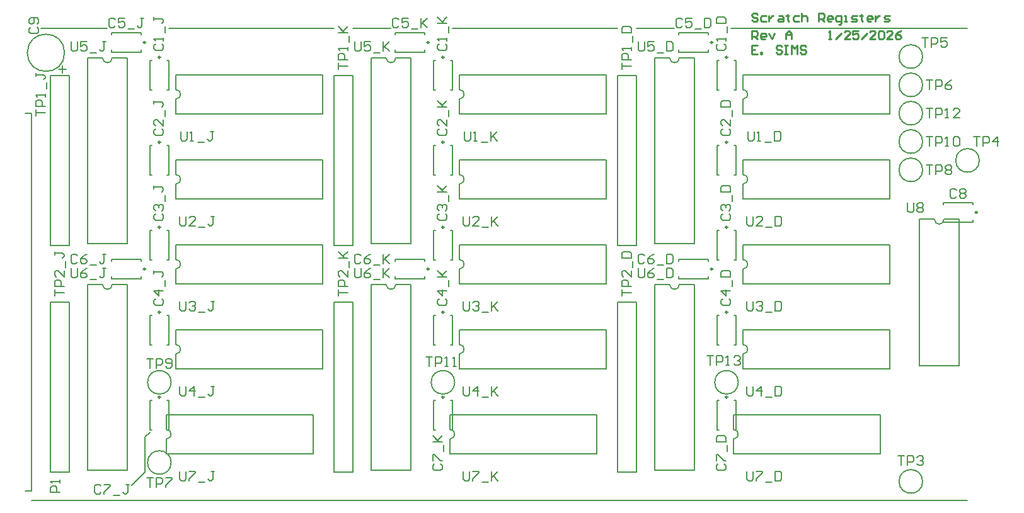
<source format=gto>
G04*
G04 #@! TF.GenerationSoftware,Altium Limited,Altium Designer,21.0.9 (235)*
G04*
G04 Layer_Color=65535*
%FSLAX25Y25*%
%MOIN*%
G70*
G04*
G04 #@! TF.SameCoordinates,31CEDBB4-0C03-4BDA-8501-69305E767839*
G04*
G04*
G04 #@! TF.FilePolarity,Positive*
G04*
G01*
G75*
%ADD10C,0.00984*%
%ADD11C,0.00787*%
%ADD12C,0.00500*%
%ADD13C,0.01000*%
%ADD14C,0.00591*%
%ADD15C,0.00800*%
D10*
X165118Y232500D02*
G03*
X165118Y232500I-492J0D01*
G01*
X472992Y164626D02*
G03*
X472992Y164626I-492J0D01*
G01*
X605118Y262500D02*
G03*
X605118Y262500I-492J0D01*
G01*
X315118Y232500D02*
G03*
X315118Y232500I-492J0D01*
G01*
X465118D02*
G03*
X465118Y232500I-492J0D01*
G01*
X472992Y209626D02*
G03*
X472992Y209626I-492J0D01*
G01*
Y254626D02*
G03*
X472992Y254626I-492J0D01*
G01*
Y299626D02*
G03*
X472992Y299626I-492J0D01*
G01*
Y344626D02*
G03*
X472992Y344626I-492J0D01*
G01*
X465118Y352500D02*
G03*
X465118Y352500I-492J0D01*
G01*
X322992Y164626D02*
G03*
X322992Y164626I-492J0D01*
G01*
Y209626D02*
G03*
X322992Y209626I-492J0D01*
G01*
Y254626D02*
G03*
X322992Y254626I-492J0D01*
G01*
Y299626D02*
G03*
X322992Y299626I-492J0D01*
G01*
Y344626D02*
G03*
X322992Y344626I-492J0D01*
G01*
X315118Y352500D02*
G03*
X315118Y352500I-492J0D01*
G01*
X165118D02*
G03*
X165118Y352500I-492J0D01*
G01*
X172992Y344626D02*
G03*
X172992Y344626I-492J0D01*
G01*
Y299626D02*
G03*
X172992Y299626I-492J0D01*
G01*
Y254626D02*
G03*
X172992Y254626I-492J0D01*
G01*
Y209626D02*
G03*
X172992Y209626I-492J0D01*
G01*
Y164626D02*
G03*
X172992Y164626I-492J0D01*
G01*
D11*
X142500Y224213D02*
G03*
X147500Y224213I2500J0D01*
G01*
X481220Y322500D02*
G03*
X481220Y327500I0J2500D01*
G01*
Y277500D02*
G03*
X481220Y282500I0J2500D01*
G01*
Y232500D02*
G03*
X481220Y237500I0J2500D01*
G01*
Y187500D02*
G03*
X481220Y192500I0J2500D01*
G01*
X476221Y142500D02*
G03*
X476221Y147500I0J2500D01*
G01*
X606240Y290000D02*
G03*
X606240Y290000I-6240J0D01*
G01*
X582500Y258780D02*
G03*
X587500Y258780I2500J0D01*
G01*
X292500Y224213D02*
G03*
X297500Y224213I2500J0D01*
G01*
X442500D02*
G03*
X447500Y224213I2500J0D01*
G01*
X442500Y344213D02*
G03*
X447500Y344213I2500J0D01*
G01*
X331221Y322500D02*
G03*
X331221Y327500I0J2500D01*
G01*
Y277500D02*
G03*
X331221Y282500I0J2500D01*
G01*
Y232500D02*
G03*
X331221Y237500I0J2500D01*
G01*
Y187500D02*
G03*
X331221Y192500I0J2500D01*
G01*
X326220Y142500D02*
G03*
X326220Y147500I0J2500D01*
G01*
X292500Y344213D02*
G03*
X297500Y344213I2500J0D01*
G01*
X122343Y347000D02*
G03*
X122343Y347000I-9843J0D01*
G01*
X142500Y344213D02*
G03*
X147500Y344213I2500J0D01*
G01*
X181220Y322500D02*
G03*
X181220Y327500I0J2500D01*
G01*
Y277500D02*
G03*
X181220Y282500I0J2500D01*
G01*
Y232500D02*
G03*
X181220Y237500I0J2500D01*
G01*
Y187500D02*
G03*
X181220Y192500I0J2500D01*
G01*
X176221Y142500D02*
G03*
X176221Y147500I0J2500D01*
G01*
X328740Y172500D02*
G03*
X328740Y172500I-6240J0D01*
G01*
X576240Y300000D02*
G03*
X576240Y300000I-6240J0D01*
G01*
Y120000D02*
G03*
X576240Y120000I-6240J0D01*
G01*
Y345000D02*
G03*
X576240Y345000I-6240J0D01*
G01*
Y330000D02*
G03*
X576240Y330000I-6240J0D01*
G01*
X178740Y130000D02*
G03*
X178740Y130000I-6240J0D01*
G01*
X576240Y285000D02*
G03*
X576240Y285000I-6240J0D01*
G01*
X178740Y172500D02*
G03*
X178740Y172500I-6240J0D01*
G01*
X576240Y315000D02*
G03*
X576240Y315000I-6240J0D01*
G01*
X478740Y172500D02*
G03*
X478740Y172500I-6240J0D01*
G01*
X147205Y227382D02*
X162953D01*
X147205Y237618D02*
X162953D01*
Y227382D02*
Y228465D01*
X147205Y227382D02*
Y228465D01*
X162953Y236535D02*
Y237618D01*
X147205Y236535D02*
Y237618D01*
X155433Y125787D02*
Y224213D01*
X134567Y125787D02*
Y224213D01*
Y125787D02*
X155433D01*
X147500Y224213D02*
X155433D01*
X134567D02*
X142500D01*
X125000Y125000D02*
Y215000D01*
X115000D02*
X125000D01*
X115000Y125000D02*
Y215000D01*
Y125000D02*
X125000D01*
X481221Y314567D02*
Y322500D01*
Y327500D02*
Y335433D01*
X558780Y314567D02*
Y335433D01*
X481221Y314567D02*
X558780D01*
X481221Y335433D02*
X558780D01*
X481221Y269567D02*
Y277500D01*
Y282500D02*
Y290433D01*
X558780Y269567D02*
Y290433D01*
X481221Y269567D02*
X558780D01*
X481221Y290433D02*
X558780D01*
X481221Y224567D02*
Y232500D01*
Y237500D02*
Y245433D01*
X558780Y224567D02*
Y245433D01*
X481221Y224567D02*
X558780D01*
X481221Y245433D02*
X558780D01*
X477618Y147205D02*
Y162953D01*
X467382Y147205D02*
Y162953D01*
X476535D02*
X477618D01*
X476535Y147205D02*
X477618D01*
X467382Y162953D02*
X468465D01*
X467382Y147205D02*
X468465D01*
X481221Y179567D02*
Y187500D01*
Y192500D02*
Y200433D01*
X558780Y179567D02*
Y200433D01*
X481221Y179567D02*
X558780D01*
X481221Y200433D02*
X558780D01*
X476221Y155433D02*
X553780D01*
X476221Y134567D02*
X553780D01*
Y155433D01*
X476221Y147500D02*
Y155433D01*
Y134567D02*
Y142500D01*
X595433Y181221D02*
Y258780D01*
X574567Y181221D02*
Y258780D01*
Y181221D02*
X595433D01*
X587500Y258780D02*
X595433D01*
X574567D02*
X582500D01*
X587205Y257382D02*
X602953D01*
X587205Y267618D02*
X602953D01*
Y257382D02*
Y258465D01*
X587205Y257382D02*
Y258465D01*
X602953Y266535D02*
Y267618D01*
X587205Y266535D02*
Y267618D01*
X297205Y227382D02*
X312953D01*
X297205Y237618D02*
X312953D01*
Y227382D02*
Y228465D01*
X297205Y227382D02*
Y228465D01*
X312953Y236535D02*
Y237618D01*
X297205Y236535D02*
Y237618D01*
X305433Y125787D02*
Y224213D01*
X284567Y125787D02*
Y224213D01*
Y125787D02*
X305433D01*
X297500Y224213D02*
X305433D01*
X284567D02*
X292500D01*
X425000Y125000D02*
Y215000D01*
X415000D02*
X425000D01*
X415000Y125000D02*
Y215000D01*
Y125000D02*
X425000D01*
X455433Y125787D02*
Y224213D01*
X434567Y125787D02*
Y224213D01*
Y125787D02*
X455433D01*
X447500Y224213D02*
X455433D01*
X434567D02*
X442500D01*
X447205Y227382D02*
X462953D01*
X447205Y237618D02*
X462953D01*
Y227382D02*
Y228465D01*
X447205Y227382D02*
Y228465D01*
X462953Y236535D02*
Y237618D01*
X447205Y236535D02*
Y237618D01*
X477618Y192205D02*
Y207953D01*
X467382Y192205D02*
Y207953D01*
X476535D02*
X477618D01*
X476535Y192205D02*
X477618D01*
X467382Y207953D02*
X468465D01*
X467382Y192205D02*
X468465D01*
X477618Y237205D02*
Y252953D01*
X467382Y237205D02*
Y252953D01*
X476535D02*
X477618D01*
X476535Y237205D02*
X477618D01*
X467382Y252953D02*
X468465D01*
X467382Y237205D02*
X468465D01*
X477618Y282205D02*
Y297953D01*
X467382Y282205D02*
Y297953D01*
X476535D02*
X477618D01*
X476535Y282205D02*
X477618D01*
X467382Y297953D02*
X468465D01*
X467382Y282205D02*
X468465D01*
X477618Y327205D02*
Y342953D01*
X467382Y327205D02*
Y342953D01*
X476535D02*
X477618D01*
X476535Y327205D02*
X477618D01*
X467382Y342953D02*
X468465D01*
X467382Y327205D02*
X468465D01*
X447205Y347382D02*
X462953D01*
X447205Y357618D02*
X462953D01*
Y347382D02*
Y348465D01*
X447205Y347382D02*
Y348465D01*
X462953Y356535D02*
Y357618D01*
X447205Y356535D02*
Y357618D01*
X434567Y344213D02*
X442500D01*
X447500D02*
X455433D01*
X434567Y245787D02*
X455433D01*
X434567D02*
Y344213D01*
X455433Y245787D02*
Y344213D01*
X415000Y245000D02*
X425000D01*
X415000D02*
Y335000D01*
X425000D01*
Y245000D02*
Y335000D01*
X331221Y314567D02*
Y322500D01*
Y327500D02*
Y335433D01*
X408780Y314567D02*
Y335433D01*
X331221Y314567D02*
X408780D01*
X331221Y335433D02*
X408780D01*
X331221Y269567D02*
Y277500D01*
Y282500D02*
Y290433D01*
X408780Y269567D02*
Y290433D01*
X331221Y269567D02*
X408780D01*
X331221Y290433D02*
X408780D01*
X331221Y224567D02*
Y232500D01*
Y237500D02*
Y245433D01*
X408780Y224567D02*
Y245433D01*
X331221Y224567D02*
X408780D01*
X331221Y245433D02*
X408780D01*
X331221Y200433D02*
X408780D01*
X331221Y179567D02*
X408780D01*
Y200433D01*
X331221Y192500D02*
Y200433D01*
Y179567D02*
Y187500D01*
X326221Y155433D02*
X403780D01*
X326221Y134567D02*
X403780D01*
Y155433D01*
X326221Y147500D02*
Y155433D01*
Y134567D02*
Y142500D01*
X327618Y147205D02*
Y162953D01*
X317382Y147205D02*
Y162953D01*
X326535D02*
X327618D01*
X326535Y147205D02*
X327618D01*
X317382Y162953D02*
X318465D01*
X317382Y147205D02*
X318465D01*
X327618Y192205D02*
Y207953D01*
X317382Y192205D02*
Y207953D01*
X326535D02*
X327618D01*
X326535Y192205D02*
X327618D01*
X317382Y207953D02*
X318465D01*
X317382Y192205D02*
X318465D01*
X327618Y237205D02*
Y252953D01*
X317382Y237205D02*
Y252953D01*
X326535D02*
X327618D01*
X326535Y237205D02*
X327618D01*
X317382Y252953D02*
X318465D01*
X317382Y237205D02*
X318465D01*
X327618Y282205D02*
Y297953D01*
X317382Y282205D02*
Y297953D01*
X326535D02*
X327618D01*
X326535Y282205D02*
X327618D01*
X317382Y297953D02*
X318465D01*
X317382Y282205D02*
X318465D01*
X327618Y327205D02*
Y342953D01*
X317382Y327205D02*
Y342953D01*
X326535D02*
X327618D01*
X326535Y327205D02*
X327618D01*
X317382Y342953D02*
X318465D01*
X317382Y327205D02*
X318465D01*
X297205Y347382D02*
X312953D01*
X297205Y357618D02*
X312953D01*
Y347382D02*
Y348465D01*
X297205Y347382D02*
Y348465D01*
X312953Y356535D02*
Y357618D01*
X297205Y356535D02*
Y357618D01*
X284567Y344213D02*
X292500D01*
X297500D02*
X305433D01*
X284567Y245787D02*
X305433D01*
X284567D02*
Y344213D01*
X305433Y245787D02*
Y344213D01*
X265000Y245000D02*
X275000D01*
X265000D02*
Y335000D01*
X275000D01*
Y245000D02*
Y335000D01*
X115000Y245000D02*
X125000D01*
X115000D02*
Y335000D01*
X125000D01*
Y245000D02*
Y335000D01*
X134567Y344213D02*
X142500D01*
X147500D02*
X155433D01*
X134567Y245787D02*
X155433D01*
X134567D02*
Y344213D01*
X155433Y245787D02*
Y344213D01*
X147205Y347382D02*
X162953D01*
X147205Y357618D02*
X162953D01*
Y347382D02*
Y348465D01*
X147205Y347382D02*
Y348465D01*
X162953Y356535D02*
Y357618D01*
X147205Y356535D02*
Y357618D01*
X177618Y327205D02*
Y342953D01*
X167382Y327205D02*
Y342953D01*
X176535D02*
X177618D01*
X176535Y327205D02*
X177618D01*
X167382Y342953D02*
X168465D01*
X167382Y327205D02*
X168465D01*
X181221Y335433D02*
X258780D01*
X181221Y314567D02*
X258780D01*
Y335433D01*
X181221Y327500D02*
Y335433D01*
Y314567D02*
Y322500D01*
X177618Y282205D02*
Y297953D01*
X167382Y282205D02*
Y297953D01*
X176535D02*
X177618D01*
X176535Y282205D02*
X177618D01*
X167382Y297953D02*
X168465D01*
X167382Y282205D02*
X168465D01*
X181221Y290433D02*
X258780D01*
X181221Y269567D02*
X258780D01*
Y290433D01*
X181221Y282500D02*
Y290433D01*
Y269567D02*
Y277500D01*
Y245433D02*
X258780D01*
X181221Y224567D02*
X258780D01*
Y245433D01*
X181221Y237500D02*
Y245433D01*
Y224567D02*
Y232500D01*
X177618Y237205D02*
Y252953D01*
X167382Y237205D02*
Y252953D01*
X176535D02*
X177618D01*
X176535Y237205D02*
X177618D01*
X167382Y252953D02*
X168465D01*
X167382Y237205D02*
X168465D01*
X275000Y125000D02*
Y215000D01*
X265000D02*
X275000D01*
X265000Y125000D02*
Y215000D01*
Y125000D02*
X275000D01*
X181221Y200433D02*
X258780D01*
X181221Y179567D02*
X258780D01*
Y200433D01*
X181221Y192500D02*
Y200433D01*
Y179567D02*
Y187500D01*
X177618Y192205D02*
Y207953D01*
X167382Y192205D02*
Y207953D01*
X176535D02*
X177618D01*
X176535Y192205D02*
X177618D01*
X167382Y207953D02*
X168465D01*
X167382Y192205D02*
X168465D01*
X177618Y147205D02*
Y162953D01*
X167382Y147205D02*
Y162953D01*
X176535D02*
X177618D01*
X176535Y147205D02*
X177618D01*
X167382Y162953D02*
X168465D01*
X167382Y147205D02*
X168465D01*
X176221Y155433D02*
X253780D01*
X176221Y134567D02*
X253780D01*
Y155433D01*
X176221Y147500D02*
Y155433D01*
Y134567D02*
Y142500D01*
X101500Y115000D02*
X105000D01*
X101500Y315000D02*
X105000D01*
Y115000D02*
Y122500D01*
Y315000D01*
D12*
X158000Y118000D02*
X165000Y125000D01*
Y143500D02*
X167500Y146000D01*
X165000Y125000D02*
Y143500D01*
X475000Y360000D02*
X600000D01*
X425000D02*
X445000Y360000D01*
X327500Y360000D02*
X415000D01*
X275000D02*
X295000Y360000D01*
X177500Y360000D02*
X265000D01*
X110000Y360000D02*
X145000Y360000D01*
X105000Y110000D02*
X600000Y110000D01*
D13*
X488999Y367250D02*
X488249Y368000D01*
X486750D01*
X486000Y367250D01*
Y366500D01*
X486750Y365751D01*
X488249D01*
X488999Y365001D01*
Y364251D01*
X488249Y363502D01*
X486750D01*
X486000Y364251D01*
X493498Y366500D02*
X491248D01*
X490498Y365751D01*
Y364251D01*
X491248Y363502D01*
X493498D01*
X494997Y366500D02*
Y363502D01*
Y365001D01*
X495747Y365751D01*
X496497Y366500D01*
X497246D01*
X500245D02*
X501745D01*
X502495Y365751D01*
Y363502D01*
X500245D01*
X499496Y364251D01*
X500245Y365001D01*
X502495D01*
X504744Y367250D02*
Y366500D01*
X503994D01*
X505494D01*
X504744D01*
Y364251D01*
X505494Y363502D01*
X510742Y366500D02*
X508493D01*
X507743Y365751D01*
Y364251D01*
X508493Y363502D01*
X510742D01*
X512242Y368000D02*
Y363502D01*
Y365751D01*
X512991Y366500D01*
X514491D01*
X515241Y365751D01*
Y363502D01*
X521239D02*
Y368000D01*
X523488D01*
X524238Y367250D01*
Y365751D01*
X523488Y365001D01*
X521239D01*
X522738D02*
X524238Y363502D01*
X527986D02*
X526487D01*
X525737Y364251D01*
Y365751D01*
X526487Y366500D01*
X527986D01*
X528736Y365751D01*
Y365001D01*
X525737D01*
X531735Y362002D02*
X532485D01*
X533235Y362752D01*
Y366500D01*
X530985D01*
X530236Y365751D01*
Y364251D01*
X530985Y363502D01*
X533235D01*
X534734D02*
X536234D01*
X535484D01*
Y366500D01*
X534734D01*
X538483Y363502D02*
X540732D01*
X541482Y364251D01*
X540732Y365001D01*
X539233D01*
X538483Y365751D01*
X539233Y366500D01*
X541482D01*
X543731Y367250D02*
Y366500D01*
X542982D01*
X544481D01*
X543731D01*
Y364251D01*
X544481Y363502D01*
X548980D02*
X547480D01*
X546730Y364251D01*
Y365751D01*
X547480Y366500D01*
X548980D01*
X549729Y365751D01*
Y365001D01*
X546730D01*
X551229Y366500D02*
Y363502D01*
Y365001D01*
X551979Y365751D01*
X552729Y366500D01*
X553478D01*
X555727Y363502D02*
X557977D01*
X558727Y364251D01*
X557977Y365001D01*
X556477D01*
X555727Y365751D01*
X556477Y366500D01*
X558727D01*
X486000Y354204D02*
Y358702D01*
X488249D01*
X488999Y357952D01*
Y356453D01*
X488249Y355703D01*
X486000D01*
X487500D02*
X488999Y354204D01*
X492748D02*
X491248D01*
X490498Y354953D01*
Y356453D01*
X491248Y357203D01*
X492748D01*
X493498Y356453D01*
Y355703D01*
X490498D01*
X494997Y357203D02*
X496497Y354204D01*
X497996Y357203D01*
X503994Y354204D02*
Y357203D01*
X505494Y358702D01*
X506993Y357203D01*
Y354204D01*
Y356453D01*
X503994D01*
X526487Y354204D02*
X527986D01*
X527237D01*
Y358702D01*
X526487Y357952D01*
X530236Y354204D02*
X533235Y357203D01*
X537733Y354204D02*
X534734D01*
X537733Y357203D01*
Y357952D01*
X536984Y358702D01*
X535484D01*
X534734Y357952D01*
X542232Y358702D02*
X539233D01*
Y356453D01*
X540732Y357203D01*
X541482D01*
X542232Y356453D01*
Y354953D01*
X541482Y354204D01*
X539983D01*
X539233Y354953D01*
X543731Y354204D02*
X546730Y357203D01*
X551229Y354204D02*
X548230D01*
X551229Y357203D01*
Y357952D01*
X550479Y358702D01*
X548980D01*
X548230Y357952D01*
X552729D02*
X553478Y358702D01*
X554978D01*
X555727Y357952D01*
Y354953D01*
X554978Y354204D01*
X553478D01*
X552729Y354953D01*
Y357952D01*
X560226Y354204D02*
X557227D01*
X560226Y357203D01*
Y357952D01*
X559476Y358702D01*
X557977D01*
X557227Y357952D01*
X564725Y358702D02*
X563225Y357952D01*
X561726Y356453D01*
Y354953D01*
X562475Y354204D01*
X563975D01*
X564725Y354953D01*
Y355703D01*
X563975Y356453D01*
X561726D01*
X488999Y350904D02*
X486000D01*
Y346405D01*
X488999D01*
X486000Y348655D02*
X487500D01*
X490498Y346405D02*
Y347155D01*
X491248D01*
Y346405D01*
X490498D01*
X501745Y350154D02*
X500995Y350904D01*
X499496D01*
X498746Y350154D01*
Y349404D01*
X499496Y348655D01*
X500995D01*
X501745Y347905D01*
Y347155D01*
X500995Y346405D01*
X499496D01*
X498746Y347155D01*
X503244Y350904D02*
X504744D01*
X503994D01*
Y346405D01*
X503244D01*
X504744D01*
X506993D02*
Y350904D01*
X508493Y349404D01*
X509992Y350904D01*
Y346405D01*
X514491Y350154D02*
X513741Y350904D01*
X512242D01*
X511492Y350154D01*
Y349404D01*
X512242Y348655D01*
X513741D01*
X514491Y347905D01*
Y347155D01*
X513741Y346405D01*
X512242D01*
X511492Y347155D01*
D14*
X121269Y340212D02*
Y336276D01*
X123237Y338244D02*
X119301D01*
D15*
X462253Y186499D02*
X465585D01*
X463919D01*
Y181501D01*
X467251D02*
Y186499D01*
X469750D01*
X470583Y185666D01*
Y184000D01*
X469750Y183167D01*
X467251D01*
X472250Y181501D02*
X473916D01*
X473083D01*
Y186499D01*
X472250Y185666D01*
X476415D02*
X477248Y186499D01*
X478914D01*
X479747Y185666D01*
Y184833D01*
X478914Y184000D01*
X478081D01*
X478914D01*
X479747Y183167D01*
Y182334D01*
X478914Y181501D01*
X477248D01*
X476415Y182334D01*
X578300Y317499D02*
X581632D01*
X579966D01*
Y312501D01*
X583298D02*
Y317499D01*
X585798D01*
X586631Y316666D01*
Y315000D01*
X585798Y314167D01*
X583298D01*
X588297Y312501D02*
X589963D01*
X589130D01*
Y317499D01*
X588297Y316666D01*
X595794Y312501D02*
X592462D01*
X595794Y315833D01*
Y316666D01*
X594961Y317499D01*
X593295D01*
X592462Y316666D01*
X313586Y185999D02*
X316918D01*
X315252D01*
Y181001D01*
X318584D02*
Y185999D01*
X321083D01*
X321917Y185166D01*
Y183500D01*
X321083Y182667D01*
X318584D01*
X323583Y181001D02*
X325249D01*
X324416D01*
Y185999D01*
X323583Y185166D01*
X327748Y181001D02*
X329414D01*
X328581D01*
Y185999D01*
X327748Y185166D01*
X578300Y302499D02*
X581632D01*
X579966D01*
Y297501D01*
X583298D02*
Y302499D01*
X585798D01*
X586631Y301666D01*
Y300000D01*
X585798Y299167D01*
X583298D01*
X588297Y297501D02*
X589963D01*
X589130D01*
Y302499D01*
X588297Y301666D01*
X592462D02*
X593295Y302499D01*
X594961D01*
X595794Y301666D01*
Y298334D01*
X594961Y297501D01*
X593295D01*
X592462Y298334D01*
Y301666D01*
X165835Y184999D02*
X169168D01*
X167502D01*
Y180001D01*
X170834D02*
Y184999D01*
X173333D01*
X174166Y184166D01*
Y182500D01*
X173333Y181667D01*
X170834D01*
X175832Y180834D02*
X176665Y180001D01*
X178331D01*
X179165Y180834D01*
Y184166D01*
X178331Y184999D01*
X176665D01*
X175832Y184166D01*
Y183333D01*
X176665Y182500D01*
X179165D01*
X578300Y287499D02*
X581632D01*
X579966D01*
Y282501D01*
X583298D02*
Y287499D01*
X585798D01*
X586631Y286666D01*
Y285000D01*
X585798Y284167D01*
X583298D01*
X588297Y286666D02*
X589130Y287499D01*
X590796D01*
X591629Y286666D01*
Y285833D01*
X590796Y285000D01*
X591629Y284167D01*
Y283334D01*
X590796Y282501D01*
X589130D01*
X588297Y283334D01*
Y284167D01*
X589130Y285000D01*
X588297Y285833D01*
Y286666D01*
X589130Y285000D02*
X590796D01*
X165835Y121999D02*
X169168D01*
X167502D01*
Y117001D01*
X170834D02*
Y121999D01*
X173333D01*
X174166Y121166D01*
Y119500D01*
X173333Y118667D01*
X170834D01*
X175832Y121999D02*
X179165D01*
Y121166D01*
X175832Y117834D01*
Y117001D01*
X578300Y332499D02*
X581632D01*
X579966D01*
Y327501D01*
X583298D02*
Y332499D01*
X585798D01*
X586631Y331666D01*
Y330000D01*
X585798Y329167D01*
X583298D01*
X591629Y332499D02*
X589963Y331666D01*
X588297Y330000D01*
Y328334D01*
X589130Y327501D01*
X590796D01*
X591629Y328334D01*
Y329167D01*
X590796Y330000D01*
X588297D01*
X575800Y354999D02*
X579132D01*
X577466D01*
Y350001D01*
X580798D02*
Y354999D01*
X583298D01*
X584131Y354166D01*
Y352500D01*
X583298Y351667D01*
X580798D01*
X589129Y354999D02*
X585797D01*
Y352500D01*
X587463Y353333D01*
X588296D01*
X589129Y352500D01*
Y350834D01*
X588296Y350001D01*
X586630D01*
X585797Y350834D01*
X267084Y218300D02*
Y221632D01*
Y219966D01*
X272083D01*
Y223298D02*
X267084D01*
Y225798D01*
X267917Y226631D01*
X269584D01*
X270416Y225798D01*
Y223298D01*
X272083Y231629D02*
Y228297D01*
X268750Y231629D01*
X267917D01*
X267084Y230796D01*
Y229130D01*
X267917Y228297D01*
X272916Y233295D02*
Y236627D01*
X267084Y238294D02*
X272083D01*
X270416D01*
X267084Y241626D01*
X269584Y239127D01*
X272083Y241626D01*
X117084Y218300D02*
Y221632D01*
Y219966D01*
X122083D01*
Y223298D02*
X117084D01*
Y225798D01*
X117917Y226631D01*
X119583D01*
X120416Y225798D01*
Y223298D01*
X122083Y231629D02*
Y228297D01*
X118750Y231629D01*
X117917D01*
X117084Y230796D01*
Y229130D01*
X117917Y228297D01*
X122916Y233295D02*
Y236627D01*
X117084Y241626D02*
Y239960D01*
Y240793D01*
X121250D01*
X122083Y239960D01*
Y239127D01*
X121250Y238294D01*
X417084Y218300D02*
Y221632D01*
Y219966D01*
X422083D01*
Y223298D02*
X417084D01*
Y225798D01*
X417917Y226631D01*
X419584D01*
X420416Y225798D01*
Y223298D01*
X422083Y231629D02*
Y228297D01*
X418750Y231629D01*
X417917D01*
X417084Y230796D01*
Y229130D01*
X417917Y228297D01*
X422916Y233295D02*
Y236627D01*
X417084Y238294D02*
X422083D01*
Y240793D01*
X421250Y241626D01*
X417917D01*
X417084Y240793D01*
Y238294D01*
X568335Y267499D02*
Y263334D01*
X569168Y262501D01*
X570834D01*
X571667Y263334D01*
Y267499D01*
X573333Y266666D02*
X574166Y267499D01*
X575832D01*
X576665Y266666D01*
Y265833D01*
X575832Y265000D01*
X576665Y264167D01*
Y263334D01*
X575832Y262501D01*
X574166D01*
X573333Y263334D01*
Y264167D01*
X574166Y265000D01*
X573333Y265833D01*
Y266666D01*
X574166Y265000D02*
X575832D01*
X563336Y133499D02*
X566668D01*
X565002D01*
Y128501D01*
X568334D02*
Y133499D01*
X570833D01*
X571666Y132666D01*
Y131000D01*
X570833Y130167D01*
X568334D01*
X573332Y132666D02*
X574165Y133499D01*
X575831D01*
X576664Y132666D01*
Y131833D01*
X575831Y131000D01*
X574998D01*
X575831D01*
X576664Y130167D01*
Y129334D01*
X575831Y128501D01*
X574165D01*
X573332Y129334D01*
X603336Y302499D02*
X606668D01*
X605002D01*
Y297501D01*
X608334D02*
Y302499D01*
X610833D01*
X611666Y301666D01*
Y300000D01*
X610833Y299167D01*
X608334D01*
X615831Y297501D02*
Y302499D01*
X613332Y300000D01*
X616665D01*
X267084Y338300D02*
Y341632D01*
Y339966D01*
X272083D01*
Y343298D02*
X267084D01*
Y345798D01*
X267917Y346631D01*
X269584D01*
X270416Y345798D01*
Y343298D01*
X272083Y348297D02*
Y349963D01*
Y349130D01*
X267084D01*
X267917Y348297D01*
X272916Y352462D02*
Y355794D01*
X267084Y357460D02*
X272083D01*
X270416D01*
X267084Y360793D01*
X269584Y358294D01*
X272083Y360793D01*
X107084Y313754D02*
Y317086D01*
Y315420D01*
X112083D01*
Y318752D02*
X107084D01*
Y321251D01*
X107917Y322084D01*
X109583D01*
X110416Y321251D01*
Y318752D01*
X112083Y323750D02*
Y325416D01*
Y324584D01*
X107084D01*
X107917Y323750D01*
X112916Y327916D02*
Y331248D01*
X107084Y336246D02*
Y334580D01*
Y335413D01*
X111250D01*
X112083Y334580D01*
Y333747D01*
X111250Y332914D01*
X417084Y338300D02*
Y341632D01*
Y339966D01*
X422083D01*
Y343298D02*
X417084D01*
Y345798D01*
X417917Y346631D01*
X419584D01*
X420416Y345798D01*
Y343298D01*
X422083Y348297D02*
Y349963D01*
Y349130D01*
X417084D01*
X417917Y348297D01*
X422916Y352462D02*
Y355794D01*
X417084Y357460D02*
X422083D01*
Y359960D01*
X421250Y360793D01*
X417917D01*
X417084Y359960D01*
Y357460D01*
X104501Y360475D02*
X103668Y359642D01*
Y357976D01*
X104501Y357143D01*
X107834D01*
X108667Y357976D01*
Y359642D01*
X107834Y360475D01*
Y362141D02*
X108667Y362974D01*
Y364640D01*
X107834Y365473D01*
X104501D01*
X103668Y364640D01*
Y362974D01*
X104501Y362141D01*
X105334D01*
X106167Y362974D01*
Y365473D01*
X594167Y274166D02*
X593334Y274999D01*
X591668D01*
X590835Y274166D01*
Y270834D01*
X591668Y270001D01*
X593334D01*
X594167Y270834D01*
X595833Y274166D02*
X596666Y274999D01*
X598332D01*
X599165Y274166D01*
Y273333D01*
X598332Y272500D01*
X599165Y271667D01*
Y270834D01*
X598332Y270001D01*
X596666D01*
X595833Y270834D01*
Y271667D01*
X596666Y272500D01*
X595833Y273333D01*
Y274166D01*
X596666Y272500D02*
X598332D01*
X317917Y129169D02*
X317084Y128335D01*
Y126669D01*
X317917Y125836D01*
X321250D01*
X322083Y126669D01*
Y128335D01*
X321250Y129169D01*
X317084Y130835D02*
Y134167D01*
X317917D01*
X321250Y130835D01*
X322083D01*
X322916Y135833D02*
Y139165D01*
X317084Y140831D02*
X322083D01*
X320416D01*
X317084Y144164D01*
X319584Y141665D01*
X322083Y144164D01*
X141669Y117583D02*
X140835Y118416D01*
X139169D01*
X138336Y117583D01*
Y114250D01*
X139169Y113417D01*
X140835D01*
X141669Y114250D01*
X143335Y118416D02*
X146667D01*
Y117583D01*
X143335Y114250D01*
Y113417D01*
X148333Y112584D02*
X151665D01*
X156664Y118416D02*
X154998D01*
X155831D01*
Y114250D01*
X154998Y113417D01*
X154165D01*
X153331Y114250D01*
X467917Y129169D02*
X467084Y128335D01*
Y126669D01*
X467917Y125836D01*
X471250D01*
X472083Y126669D01*
Y128335D01*
X471250Y129169D01*
X467084Y130835D02*
Y134167D01*
X467917D01*
X471250Y130835D01*
X472083D01*
X472916Y135833D02*
Y139165D01*
X467084Y140831D02*
X472083D01*
Y143331D01*
X471250Y144164D01*
X467917D01*
X467084Y143331D01*
Y140831D01*
X279169Y239583D02*
X278335Y240416D01*
X276669D01*
X275836Y239583D01*
Y236250D01*
X276669Y235417D01*
X278335D01*
X279169Y236250D01*
X284167Y240416D02*
X282501Y239583D01*
X280835Y237916D01*
Y236250D01*
X281668Y235417D01*
X283334D01*
X284167Y236250D01*
Y237084D01*
X283334Y237916D01*
X280835D01*
X285833Y234584D02*
X289165D01*
X290831Y240416D02*
Y235417D01*
Y237084D01*
X294164Y240416D01*
X291665Y237916D01*
X294164Y235417D01*
X129169Y239583D02*
X128335Y240416D01*
X126669D01*
X125836Y239583D01*
Y236250D01*
X126669Y235417D01*
X128335D01*
X129169Y236250D01*
X134167Y240416D02*
X132501Y239583D01*
X130835Y237916D01*
Y236250D01*
X131668Y235417D01*
X133334D01*
X134167Y236250D01*
Y237084D01*
X133334Y237916D01*
X130835D01*
X135833Y234584D02*
X139165D01*
X144164Y240416D02*
X142498D01*
X143331D01*
Y236250D01*
X142498Y235417D01*
X141665D01*
X140831Y236250D01*
X429169Y239583D02*
X428336Y240416D01*
X426669D01*
X425836Y239583D01*
Y236250D01*
X426669Y235417D01*
X428336D01*
X429169Y236250D01*
X434167Y240416D02*
X432501Y239583D01*
X430835Y237916D01*
Y236250D01*
X431668Y235417D01*
X433334D01*
X434167Y236250D01*
Y237084D01*
X433334Y237916D01*
X430835D01*
X435833Y234584D02*
X439165D01*
X440831Y240416D02*
Y235417D01*
X443331D01*
X444164Y236250D01*
Y239583D01*
X443331Y240416D01*
X440831D01*
X299169Y364583D02*
X298336Y365416D01*
X296669D01*
X295836Y364583D01*
Y361250D01*
X296669Y360417D01*
X298336D01*
X299169Y361250D01*
X304167Y365416D02*
X300835D01*
Y362916D01*
X302501Y363750D01*
X303334D01*
X304167Y362916D01*
Y361250D01*
X303334Y360417D01*
X301668D01*
X300835Y361250D01*
X305833Y359584D02*
X309165D01*
X310831Y365416D02*
Y360417D01*
Y362084D01*
X314164Y365416D01*
X311665Y362916D01*
X314164Y360417D01*
X149169Y364583D02*
X148336Y365416D01*
X146669D01*
X145836Y364583D01*
Y361250D01*
X146669Y360417D01*
X148336D01*
X149169Y361250D01*
X154167Y365416D02*
X150835D01*
Y362916D01*
X152501Y363750D01*
X153334D01*
X154167Y362916D01*
Y361250D01*
X153334Y360417D01*
X151668D01*
X150835Y361250D01*
X155833Y359584D02*
X159165D01*
X164164Y365416D02*
X162498D01*
X163331D01*
Y361250D01*
X162498Y360417D01*
X161664D01*
X160831Y361250D01*
X449169Y364583D02*
X448336Y365416D01*
X446669D01*
X445836Y364583D01*
Y361250D01*
X446669Y360417D01*
X448336D01*
X449169Y361250D01*
X454167Y365416D02*
X450835D01*
Y362916D01*
X452501Y363750D01*
X453334D01*
X454167Y362916D01*
Y361250D01*
X453334Y360417D01*
X451668D01*
X450835Y361250D01*
X455833Y359584D02*
X459165D01*
X460831Y365416D02*
Y360417D01*
X463331D01*
X464164Y361250D01*
Y364583D01*
X463331Y365416D01*
X460831D01*
X320417Y216632D02*
X319584Y215799D01*
Y214133D01*
X320417Y213300D01*
X323750D01*
X324583Y214133D01*
Y215799D01*
X323750Y216632D01*
X324583Y220798D02*
X319584D01*
X322083Y218298D01*
Y221631D01*
X325416Y223297D02*
Y226629D01*
X319584Y228295D02*
X324583D01*
X322917D01*
X319584Y231627D01*
X322083Y229128D01*
X324583Y231627D01*
X170417Y216632D02*
X169584Y215799D01*
Y214133D01*
X170417Y213300D01*
X173750D01*
X174583Y214133D01*
Y215799D01*
X173750Y216632D01*
X174583Y220798D02*
X169584D01*
X172083Y218298D01*
Y221631D01*
X175416Y223297D02*
Y226629D01*
X169584Y231627D02*
Y229961D01*
Y230794D01*
X173750D01*
X174583Y229961D01*
Y229128D01*
X173750Y228295D01*
X470417Y216632D02*
X469584Y215799D01*
Y214133D01*
X470417Y213300D01*
X473750D01*
X474583Y214133D01*
Y215799D01*
X473750Y216632D01*
X474583Y220798D02*
X469584D01*
X472084Y218298D01*
Y221631D01*
X475416Y223297D02*
Y226629D01*
X469584Y228295D02*
X474583D01*
Y230794D01*
X473750Y231627D01*
X470417D01*
X469584Y230794D01*
Y228295D01*
X320417Y261632D02*
X319584Y260799D01*
Y259133D01*
X320417Y258300D01*
X323750D01*
X324583Y259133D01*
Y260799D01*
X323750Y261632D01*
X320417Y263298D02*
X319584Y264131D01*
Y265798D01*
X320417Y266631D01*
X321250D01*
X322083Y265798D01*
Y264965D01*
Y265798D01*
X322917Y266631D01*
X323750D01*
X324583Y265798D01*
Y264131D01*
X323750Y263298D01*
X325416Y268297D02*
Y271629D01*
X319584Y273295D02*
X324583D01*
X322917D01*
X319584Y276627D01*
X322083Y274128D01*
X324583Y276627D01*
X170417Y261632D02*
X169584Y260799D01*
Y259133D01*
X170417Y258300D01*
X173750D01*
X174583Y259133D01*
Y260799D01*
X173750Y261632D01*
X170417Y263298D02*
X169584Y264131D01*
Y265798D01*
X170417Y266631D01*
X171250D01*
X172083Y265798D01*
Y264965D01*
Y265798D01*
X172916Y266631D01*
X173750D01*
X174583Y265798D01*
Y264131D01*
X173750Y263298D01*
X175416Y268297D02*
Y271629D01*
X169584Y276627D02*
Y274961D01*
Y275794D01*
X173750D01*
X174583Y274961D01*
Y274128D01*
X173750Y273295D01*
X470417Y261632D02*
X469584Y260799D01*
Y259133D01*
X470417Y258300D01*
X473750D01*
X474583Y259133D01*
Y260799D01*
X473750Y261632D01*
X470417Y263298D02*
X469584Y264131D01*
Y265798D01*
X470417Y266631D01*
X471250D01*
X472084Y265798D01*
Y264965D01*
Y265798D01*
X472917Y266631D01*
X473750D01*
X474583Y265798D01*
Y264131D01*
X473750Y263298D01*
X475416Y268297D02*
Y271629D01*
X469584Y273295D02*
X474583D01*
Y275794D01*
X473750Y276627D01*
X470417D01*
X469584Y275794D01*
Y273295D01*
X320417Y306632D02*
X319584Y305799D01*
Y304133D01*
X320417Y303300D01*
X323750D01*
X324583Y304133D01*
Y305799D01*
X323750Y306632D01*
X324583Y311631D02*
Y308298D01*
X321250Y311631D01*
X320417D01*
X319584Y310798D01*
Y309131D01*
X320417Y308298D01*
X325416Y313297D02*
Y316629D01*
X319584Y318295D02*
X324583D01*
X322917D01*
X319584Y321627D01*
X322083Y319128D01*
X324583Y321627D01*
X170417Y306632D02*
X169584Y305799D01*
Y304133D01*
X170417Y303300D01*
X173750D01*
X174583Y304133D01*
Y305799D01*
X173750Y306632D01*
X174583Y311631D02*
Y308298D01*
X171250Y311631D01*
X170417D01*
X169584Y310798D01*
Y309131D01*
X170417Y308298D01*
X175416Y313297D02*
Y316629D01*
X169584Y321627D02*
Y319961D01*
Y320794D01*
X173750D01*
X174583Y319961D01*
Y319128D01*
X173750Y318295D01*
X470417Y306632D02*
X469584Y305799D01*
Y304133D01*
X470417Y303300D01*
X473750D01*
X474583Y304133D01*
Y305799D01*
X473750Y306632D01*
X474583Y311631D02*
Y308298D01*
X471250Y311631D01*
X470417D01*
X469584Y310798D01*
Y309131D01*
X470417Y308298D01*
X475416Y313297D02*
Y316629D01*
X469584Y318295D02*
X474583D01*
Y320794D01*
X473750Y321627D01*
X470417D01*
X469584Y320794D01*
Y318295D01*
X320417Y351632D02*
X319584Y350799D01*
Y349133D01*
X320417Y348300D01*
X323750D01*
X324583Y349133D01*
Y350799D01*
X323750Y351632D01*
X324583Y353298D02*
Y354964D01*
Y354131D01*
X319584D01*
X320417Y353298D01*
X325416Y357464D02*
Y360796D01*
X319584Y362462D02*
X324583D01*
X322917D01*
X319584Y365794D01*
X322083Y363295D01*
X324583Y365794D01*
X170417Y351632D02*
X169584Y350799D01*
Y349133D01*
X170417Y348300D01*
X173750D01*
X174583Y349133D01*
Y350799D01*
X173750Y351632D01*
X174583Y353298D02*
Y354964D01*
Y354131D01*
X169584D01*
X170417Y353298D01*
X175416Y357464D02*
Y360796D01*
X169584Y365794D02*
Y364128D01*
Y364961D01*
X173750D01*
X174583Y364128D01*
Y363295D01*
X173750Y362462D01*
X467917Y351632D02*
X467084Y350799D01*
Y349133D01*
X467917Y348300D01*
X471250D01*
X472083Y349133D01*
Y350799D01*
X471250Y351632D01*
X472083Y353298D02*
Y354964D01*
Y354131D01*
X467084D01*
X467917Y353298D01*
X472916Y357464D02*
Y360796D01*
X467084Y362462D02*
X472083D01*
Y364961D01*
X471250Y365794D01*
X467917D01*
X467084Y364961D01*
Y362462D01*
X333336Y125416D02*
Y121250D01*
X334169Y120417D01*
X335836D01*
X336669Y121250D01*
Y125416D01*
X338335D02*
X341667D01*
Y124583D01*
X338335Y121250D01*
Y120417D01*
X343333Y119584D02*
X346665D01*
X348331Y125416D02*
Y120417D01*
Y122083D01*
X351664Y125416D01*
X349165Y122916D01*
X351664Y120417D01*
X183336Y125416D02*
Y121250D01*
X184169Y120417D01*
X185836D01*
X186669Y121250D01*
Y125416D01*
X188335D02*
X191667D01*
Y124583D01*
X188335Y121250D01*
Y120417D01*
X193333Y119584D02*
X196665D01*
X201664Y125416D02*
X199998D01*
X200831D01*
Y121250D01*
X199998Y120417D01*
X199164D01*
X198331Y121250D01*
X483336Y125416D02*
Y121250D01*
X484169Y120417D01*
X485836D01*
X486669Y121250D01*
Y125416D01*
X488335D02*
X491667D01*
Y124583D01*
X488335Y121250D01*
Y120417D01*
X493333Y119584D02*
X496665D01*
X498331Y125416D02*
Y120417D01*
X500831D01*
X501664Y121250D01*
Y124583D01*
X500831Y125416D01*
X498331D01*
X275836Y232916D02*
Y228750D01*
X276669Y227917D01*
X278335D01*
X279169Y228750D01*
Y232916D01*
X284167D02*
X282501Y232083D01*
X280835Y230416D01*
Y228750D01*
X281668Y227917D01*
X283334D01*
X284167Y228750D01*
Y229584D01*
X283334Y230416D01*
X280835D01*
X285833Y227084D02*
X289165D01*
X290831Y232916D02*
Y227917D01*
Y229584D01*
X294164Y232916D01*
X291665Y230416D01*
X294164Y227917D01*
X425836Y232916D02*
Y228750D01*
X426669Y227917D01*
X428336D01*
X429169Y228750D01*
Y232916D01*
X434167D02*
X432501Y232083D01*
X430835Y230416D01*
Y228750D01*
X431668Y227917D01*
X433334D01*
X434167Y228750D01*
Y229584D01*
X433334Y230416D01*
X430835D01*
X435833Y227084D02*
X439165D01*
X440831Y232916D02*
Y227917D01*
X443331D01*
X444164Y228750D01*
Y232083D01*
X443331Y232916D01*
X440831D01*
X275836Y352916D02*
Y348750D01*
X276669Y347917D01*
X278335D01*
X279169Y348750D01*
Y352916D01*
X284167D02*
X280835D01*
Y350416D01*
X282501Y351250D01*
X283334D01*
X284167Y350416D01*
Y348750D01*
X283334Y347917D01*
X281668D01*
X280835Y348750D01*
X285833Y347084D02*
X289165D01*
X290831Y352916D02*
Y347917D01*
Y349584D01*
X294164Y352916D01*
X291665Y350416D01*
X294164Y347917D01*
X425836Y352916D02*
Y348750D01*
X426669Y347917D01*
X428336D01*
X429169Y348750D01*
Y352916D01*
X434167D02*
X430835D01*
Y350416D01*
X432501Y351250D01*
X433334D01*
X434167Y350416D01*
Y348750D01*
X433334Y347917D01*
X431668D01*
X430835Y348750D01*
X435833Y347084D02*
X439165D01*
X440831Y352916D02*
Y347917D01*
X443331D01*
X444164Y348750D01*
Y352083D01*
X443331Y352916D01*
X440831D01*
X333336Y170416D02*
Y166250D01*
X334169Y165417D01*
X335836D01*
X336669Y166250D01*
Y170416D01*
X340834Y165417D02*
Y170416D01*
X338335Y167917D01*
X341667D01*
X343333Y164584D02*
X346665D01*
X348331Y170416D02*
Y165417D01*
Y167084D01*
X351664Y170416D01*
X349165Y167917D01*
X351664Y165417D01*
X483336Y170416D02*
Y166250D01*
X484169Y165417D01*
X485836D01*
X486669Y166250D01*
Y170416D01*
X490834Y165417D02*
Y170416D01*
X488335Y167917D01*
X491667D01*
X493333Y164584D02*
X496665D01*
X498331Y170416D02*
Y165417D01*
X500831D01*
X501664Y166250D01*
Y169583D01*
X500831Y170416D01*
X498331D01*
X333336Y260416D02*
Y256250D01*
X334169Y255417D01*
X335836D01*
X336669Y256250D01*
Y260416D01*
X341667Y255417D02*
X338335D01*
X341667Y258750D01*
Y259583D01*
X340834Y260416D01*
X339168D01*
X338335Y259583D01*
X343333Y254584D02*
X346665D01*
X348331Y260416D02*
Y255417D01*
Y257084D01*
X351664Y260416D01*
X349165Y257916D01*
X351664Y255417D01*
X483336Y260416D02*
Y256250D01*
X484169Y255417D01*
X485836D01*
X486669Y256250D01*
Y260416D01*
X491667Y255417D02*
X488335D01*
X491667Y258750D01*
Y259583D01*
X490834Y260416D01*
X489168D01*
X488335Y259583D01*
X493333Y254584D02*
X496665D01*
X498331Y260416D02*
Y255417D01*
X500831D01*
X501664Y256250D01*
Y259583D01*
X500831Y260416D01*
X498331D01*
X333336Y215416D02*
Y211250D01*
X334169Y210417D01*
X335836D01*
X336669Y211250D01*
Y215416D01*
X338335Y214583D02*
X339168Y215416D01*
X340834D01*
X341667Y214583D01*
Y213750D01*
X340834Y212916D01*
X340001D01*
X340834D01*
X341667Y212084D01*
Y211250D01*
X340834Y210417D01*
X339168D01*
X338335Y211250D01*
X343333Y209584D02*
X346665D01*
X348331Y215416D02*
Y210417D01*
Y212084D01*
X351664Y215416D01*
X349165Y212916D01*
X351664Y210417D01*
X483336Y215416D02*
Y211250D01*
X484169Y210417D01*
X485836D01*
X486669Y211250D01*
Y215416D01*
X488335Y214583D02*
X489168Y215416D01*
X490834D01*
X491667Y214583D01*
Y213750D01*
X490834Y212916D01*
X490001D01*
X490834D01*
X491667Y212084D01*
Y211250D01*
X490834Y210417D01*
X489168D01*
X488335Y211250D01*
X493333Y209584D02*
X496665D01*
X498331Y215416D02*
Y210417D01*
X500831D01*
X501664Y211250D01*
Y214583D01*
X500831Y215416D01*
X498331D01*
X333753Y305416D02*
Y301250D01*
X334586Y300417D01*
X336252D01*
X337085Y301250D01*
Y305416D01*
X338751Y300417D02*
X340417D01*
X339584D01*
Y305416D01*
X338751Y304583D01*
X342916Y299584D02*
X346249D01*
X347915Y305416D02*
Y300417D01*
Y302083D01*
X351247Y305416D01*
X348748Y302917D01*
X351247Y300417D01*
X483753Y305416D02*
Y301250D01*
X484586Y300417D01*
X486252D01*
X487085Y301250D01*
Y305416D01*
X488751Y300417D02*
X490417D01*
X489584D01*
Y305416D01*
X488751Y304583D01*
X492916Y299584D02*
X496249D01*
X497915Y305416D02*
Y300417D01*
X500414D01*
X501247Y301250D01*
Y304583D01*
X500414Y305416D01*
X497915D01*
X125836Y232916D02*
Y228750D01*
X126669Y227917D01*
X128335D01*
X129169Y228750D01*
Y232916D01*
X134167D02*
X132501Y232083D01*
X130835Y230416D01*
Y228750D01*
X131668Y227917D01*
X133334D01*
X134167Y228750D01*
Y229584D01*
X133334Y230416D01*
X130835D01*
X135833Y227084D02*
X139165D01*
X144164Y232916D02*
X142498D01*
X143331D01*
Y228750D01*
X142498Y227917D01*
X141665D01*
X140831Y228750D01*
X125836Y352916D02*
Y348750D01*
X126669Y347917D01*
X128335D01*
X129169Y348750D01*
Y352916D01*
X134167D02*
X130835D01*
Y350416D01*
X132501Y351250D01*
X133334D01*
X134167Y350416D01*
Y348750D01*
X133334Y347917D01*
X131668D01*
X130835Y348750D01*
X135833Y347084D02*
X139165D01*
X144164Y352916D02*
X142498D01*
X143331D01*
Y348750D01*
X142498Y347917D01*
X141665D01*
X140831Y348750D01*
X183336Y170416D02*
Y166250D01*
X184169Y165417D01*
X185836D01*
X186669Y166250D01*
Y170416D01*
X190834Y165417D02*
Y170416D01*
X188335Y167917D01*
X191667D01*
X193333Y164584D02*
X196665D01*
X201664Y170416D02*
X199998D01*
X200831D01*
Y166250D01*
X199998Y165417D01*
X199164D01*
X198331Y166250D01*
X183336Y260416D02*
Y256250D01*
X184169Y255417D01*
X185836D01*
X186669Y256250D01*
Y260416D01*
X191667Y255417D02*
X188335D01*
X191667Y258750D01*
Y259583D01*
X190834Y260416D01*
X189168D01*
X188335Y259583D01*
X193333Y254584D02*
X196665D01*
X201664Y260416D02*
X199998D01*
X200831D01*
Y256250D01*
X199998Y255417D01*
X199164D01*
X198331Y256250D01*
X183336Y215416D02*
Y211250D01*
X184169Y210417D01*
X185836D01*
X186669Y211250D01*
Y215416D01*
X188335Y214583D02*
X189168Y215416D01*
X190834D01*
X191667Y214583D01*
Y213750D01*
X190834Y212916D01*
X190001D01*
X190834D01*
X191667Y212084D01*
Y211250D01*
X190834Y210417D01*
X189168D01*
X188335Y211250D01*
X193333Y209584D02*
X196665D01*
X201664Y215416D02*
X199998D01*
X200831D01*
Y211250D01*
X199998Y210417D01*
X199164D01*
X198331Y211250D01*
X183753Y305416D02*
Y301250D01*
X184586Y300417D01*
X186252D01*
X187085Y301250D01*
Y305416D01*
X188751Y300417D02*
X190417D01*
X189584D01*
Y305416D01*
X188751Y304583D01*
X192917Y299584D02*
X196249D01*
X201247Y305416D02*
X199581D01*
X200414D01*
Y301250D01*
X199581Y300417D01*
X198748D01*
X197915Y301250D01*
X119999Y114168D02*
X115001D01*
Y116667D01*
X115834Y117500D01*
X117500D01*
X118333Y116667D01*
Y114168D01*
X119999Y119166D02*
Y120832D01*
Y119999D01*
X115001D01*
X115834Y119166D01*
M02*

</source>
